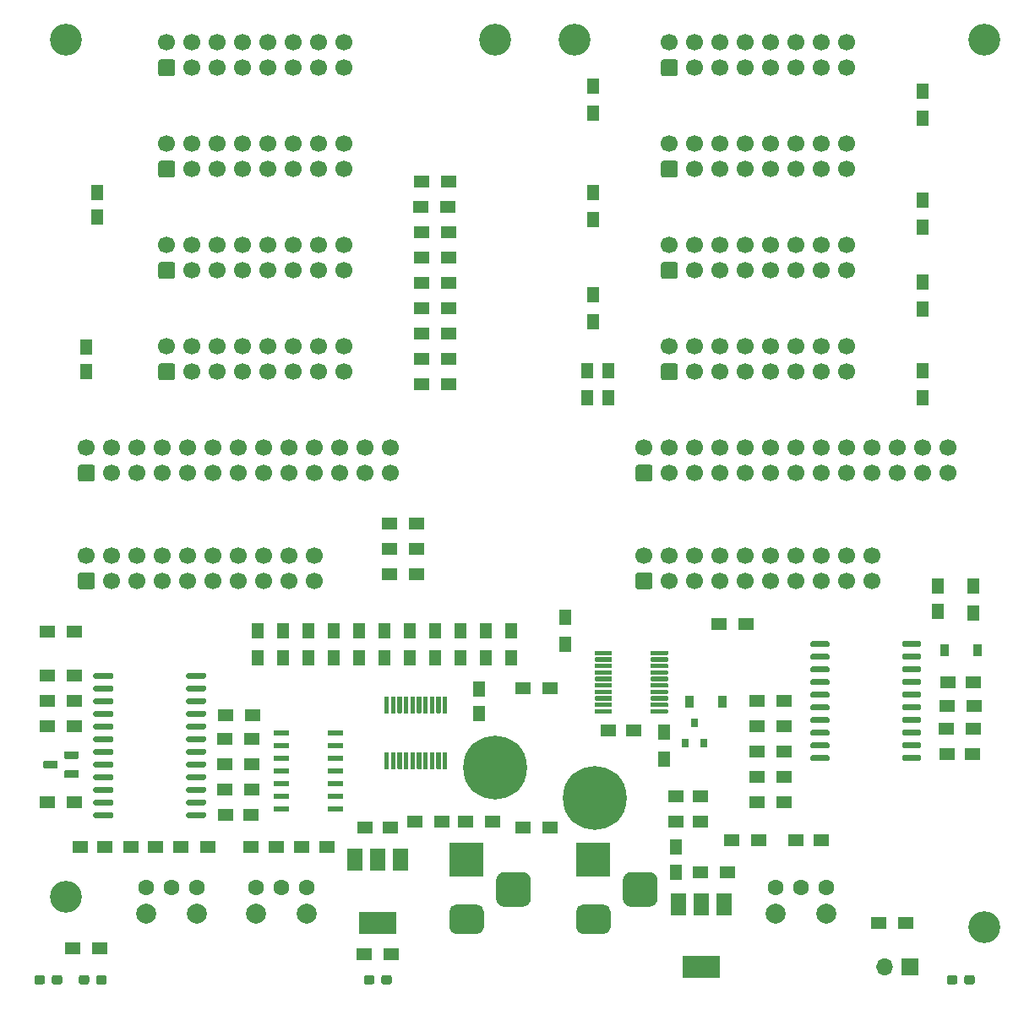
<source format=gts>
%TF.GenerationSoftware,KiCad,Pcbnew,(5.1.9-0-10_14)*%
%TF.CreationDate,2021-02-20T22:52:37+09:00*%
%TF.ProjectId,ADAT-IO-x4,41444154-2d49-44f2-9d78-342e6b696361,rev?*%
%TF.SameCoordinates,Original*%
%TF.FileFunction,Soldermask,Top*%
%TF.FilePolarity,Negative*%
%FSLAX46Y46*%
G04 Gerber Fmt 4.6, Leading zero omitted, Abs format (unit mm)*
G04 Created by KiCad (PCBNEW (5.1.9-0-10_14)) date 2021-02-20 22:52:37*
%MOMM*%
%LPD*%
G01*
G04 APERTURE LIST*
%ADD10C,1.700000*%
%ADD11C,2.000000*%
%ADD12C,1.600000*%
%ADD13R,1.500000X1.300000*%
%ADD14R,1.500000X1.250000*%
%ADD15R,1.250000X1.500000*%
%ADD16R,0.900000X1.200000*%
%ADD17R,3.500000X3.500000*%
%ADD18R,1.700000X1.700000*%
%ADD19O,1.700000X1.700000*%
%ADD20R,0.800000X0.900000*%
%ADD21R,1.300000X1.500000*%
%ADD22R,3.800000X2.200000*%
%ADD23R,1.500000X2.200000*%
%ADD24R,1.500000X0.600000*%
%ADD25C,3.200000*%
%ADD26C,6.400000*%
%ADD27C,0.800000*%
G04 APERTURE END LIST*
D10*
%TO.C,J7*%
X232410000Y-74930000D03*
X229870000Y-74930000D03*
X227330000Y-74930000D03*
X224790000Y-74930000D03*
X222250000Y-74930000D03*
X219710000Y-74930000D03*
X217170000Y-74930000D03*
X214630000Y-74930000D03*
X212090000Y-74930000D03*
X209550000Y-74930000D03*
X207010000Y-74930000D03*
X204470000Y-74930000D03*
X201930000Y-74930000D03*
X232410000Y-77470000D03*
X229870000Y-77470000D03*
X227330000Y-77470000D03*
X224790000Y-77470000D03*
X222250000Y-77470000D03*
X219710000Y-77470000D03*
X217170000Y-77470000D03*
X214630000Y-77470000D03*
X212090000Y-77470000D03*
X209550000Y-77470000D03*
X207010000Y-77470000D03*
X204470000Y-77470000D03*
G36*
G01*
X202530000Y-78320000D02*
X201330000Y-78320000D01*
G75*
G02*
X201080000Y-78070000I0J250000D01*
G01*
X201080000Y-76870000D01*
G75*
G02*
X201330000Y-76620000I250000J0D01*
G01*
X202530000Y-76620000D01*
G75*
G02*
X202780000Y-76870000I0J-250000D01*
G01*
X202780000Y-78070000D01*
G75*
G02*
X202530000Y-78320000I-250000J0D01*
G01*
G37*
%TD*%
%TO.C,J10*%
X176530000Y-74930000D03*
X173990000Y-74930000D03*
X171450000Y-74930000D03*
X168910000Y-74930000D03*
X166370000Y-74930000D03*
X163830000Y-74930000D03*
X161290000Y-74930000D03*
X158750000Y-74930000D03*
X156210000Y-74930000D03*
X153670000Y-74930000D03*
X151130000Y-74930000D03*
X148590000Y-74930000D03*
X146050000Y-74930000D03*
X176530000Y-77470000D03*
X173990000Y-77470000D03*
X171450000Y-77470000D03*
X168910000Y-77470000D03*
X166370000Y-77470000D03*
X163830000Y-77470000D03*
X161290000Y-77470000D03*
X158750000Y-77470000D03*
X156210000Y-77470000D03*
X153670000Y-77470000D03*
X151130000Y-77470000D03*
X148590000Y-77470000D03*
G36*
G01*
X146650000Y-78320000D02*
X145450000Y-78320000D01*
G75*
G02*
X145200000Y-78070000I0J250000D01*
G01*
X145200000Y-76870000D01*
G75*
G02*
X145450000Y-76620000I250000J0D01*
G01*
X146650000Y-76620000D01*
G75*
G02*
X146900000Y-76870000I0J-250000D01*
G01*
X146900000Y-78070000D01*
G75*
G02*
X146650000Y-78320000I-250000J0D01*
G01*
G37*
%TD*%
D11*
%TO.C,U7*%
X152030000Y-121620000D03*
X157110000Y-121620000D03*
D12*
X152030000Y-119000000D03*
X154570000Y-119000000D03*
X157110000Y-119000000D03*
%TD*%
D11*
%TO.C,U6*%
X163030000Y-121620000D03*
X168110000Y-121620000D03*
D12*
X163030000Y-119000000D03*
X165570000Y-119000000D03*
X168110000Y-119000000D03*
%TD*%
D11*
%TO.C,U5*%
X215138000Y-121620000D03*
X220218000Y-121620000D03*
D12*
X215138000Y-119000000D03*
X217678000Y-119000000D03*
X220218000Y-119000000D03*
%TD*%
D13*
%TO.C,L1*%
X158195000Y-114935000D03*
X155495000Y-114935000D03*
%TD*%
D14*
%TO.C,C6*%
X205125000Y-109855000D03*
X207625000Y-109855000D03*
%TD*%
D15*
%TO.C,C17*%
X146050000Y-64790000D03*
X146050000Y-67290000D03*
%TD*%
%TO.C,C16*%
X147142200Y-51821400D03*
X147142200Y-49321400D03*
%TD*%
D14*
%TO.C,C15*%
X147935000Y-114935000D03*
X145435000Y-114935000D03*
%TD*%
D15*
%TO.C,C14*%
X185420000Y-99080000D03*
X185420000Y-101580000D03*
%TD*%
D14*
%TO.C,C12*%
X160040000Y-111760000D03*
X162540000Y-111760000D03*
%TD*%
%TO.C,C11*%
X153015000Y-114935000D03*
X150515000Y-114935000D03*
%TD*%
%TO.C,C10*%
X219690000Y-114300000D03*
X217190000Y-114300000D03*
%TD*%
%TO.C,C8*%
X200894000Y-103251000D03*
X198394000Y-103251000D03*
%TD*%
%TO.C,C7*%
X234828400Y-105664000D03*
X232328400Y-105664000D03*
%TD*%
%TO.C,C4*%
X205125000Y-112395000D03*
X207625000Y-112395000D03*
%TD*%
%TO.C,C3*%
X167660000Y-114935000D03*
X170160000Y-114935000D03*
%TD*%
D15*
%TO.C,C2*%
X205105000Y-117455000D03*
X205105000Y-114955000D03*
%TD*%
D14*
%TO.C,C1*%
X162580000Y-114935000D03*
X165080000Y-114935000D03*
%TD*%
%TO.C,D1*%
G36*
G01*
X175610000Y-128507500D02*
X175610000Y-128032500D01*
G75*
G02*
X175847500Y-127795000I237500J0D01*
G01*
X176422500Y-127795000D01*
G75*
G02*
X176660000Y-128032500I0J-237500D01*
G01*
X176660000Y-128507500D01*
G75*
G02*
X176422500Y-128745000I-237500J0D01*
G01*
X175847500Y-128745000D01*
G75*
G02*
X175610000Y-128507500I0J237500D01*
G01*
G37*
G36*
G01*
X173860000Y-128507500D02*
X173860000Y-128032500D01*
G75*
G02*
X174097500Y-127795000I237500J0D01*
G01*
X174672500Y-127795000D01*
G75*
G02*
X174910000Y-128032500I0J-237500D01*
G01*
X174910000Y-128507500D01*
G75*
G02*
X174672500Y-128745000I-237500J0D01*
G01*
X174097500Y-128745000D01*
G75*
G02*
X173860000Y-128507500I0J237500D01*
G01*
G37*
%TD*%
%TO.C,D2*%
G36*
G01*
X234030000Y-128507500D02*
X234030000Y-128032500D01*
G75*
G02*
X234267500Y-127795000I237500J0D01*
G01*
X234842500Y-127795000D01*
G75*
G02*
X235080000Y-128032500I0J-237500D01*
G01*
X235080000Y-128507500D01*
G75*
G02*
X234842500Y-128745000I-237500J0D01*
G01*
X234267500Y-128745000D01*
G75*
G02*
X234030000Y-128507500I0J237500D01*
G01*
G37*
G36*
G01*
X232280000Y-128507500D02*
X232280000Y-128032500D01*
G75*
G02*
X232517500Y-127795000I237500J0D01*
G01*
X233092500Y-127795000D01*
G75*
G02*
X233330000Y-128032500I0J-237500D01*
G01*
X233330000Y-128507500D01*
G75*
G02*
X233092500Y-128745000I-237500J0D01*
G01*
X232517500Y-128745000D01*
G75*
G02*
X232280000Y-128507500I0J237500D01*
G01*
G37*
%TD*%
D16*
%TO.C,D3*%
X235330000Y-95250000D03*
X232030000Y-95250000D03*
%TD*%
%TO.C,D4*%
G36*
G01*
X140840000Y-128507500D02*
X140840000Y-128032500D01*
G75*
G02*
X141077500Y-127795000I237500J0D01*
G01*
X141652500Y-127795000D01*
G75*
G02*
X141890000Y-128032500I0J-237500D01*
G01*
X141890000Y-128507500D01*
G75*
G02*
X141652500Y-128745000I-237500J0D01*
G01*
X141077500Y-128745000D01*
G75*
G02*
X140840000Y-128507500I0J237500D01*
G01*
G37*
G36*
G01*
X142590000Y-128507500D02*
X142590000Y-128032500D01*
G75*
G02*
X142827500Y-127795000I237500J0D01*
G01*
X143402500Y-127795000D01*
G75*
G02*
X143640000Y-128032500I0J-237500D01*
G01*
X143640000Y-128507500D01*
G75*
G02*
X143402500Y-128745000I-237500J0D01*
G01*
X142827500Y-128745000D01*
G75*
G02*
X142590000Y-128507500I0J237500D01*
G01*
G37*
%TD*%
%TO.C,D5*%
G36*
G01*
X145285000Y-128507500D02*
X145285000Y-128032500D01*
G75*
G02*
X145522500Y-127795000I237500J0D01*
G01*
X146097500Y-127795000D01*
G75*
G02*
X146335000Y-128032500I0J-237500D01*
G01*
X146335000Y-128507500D01*
G75*
G02*
X146097500Y-128745000I-237500J0D01*
G01*
X145522500Y-128745000D01*
G75*
G02*
X145285000Y-128507500I0J237500D01*
G01*
G37*
G36*
G01*
X147035000Y-128507500D02*
X147035000Y-128032500D01*
G75*
G02*
X147272500Y-127795000I237500J0D01*
G01*
X147847500Y-127795000D01*
G75*
G02*
X148085000Y-128032500I0J-237500D01*
G01*
X148085000Y-128507500D01*
G75*
G02*
X147847500Y-128745000I-237500J0D01*
G01*
X147272500Y-128745000D01*
G75*
G02*
X147035000Y-128507500I0J237500D01*
G01*
G37*
%TD*%
%TO.C,J1*%
G36*
G01*
X202425000Y-120955000D02*
X200675000Y-120955000D01*
G75*
G02*
X199800000Y-120080000I0J875000D01*
G01*
X199800000Y-118330000D01*
G75*
G02*
X200675000Y-117455000I875000J0D01*
G01*
X202425000Y-117455000D01*
G75*
G02*
X203300000Y-118330000I0J-875000D01*
G01*
X203300000Y-120080000D01*
G75*
G02*
X202425000Y-120955000I-875000J0D01*
G01*
G37*
G36*
G01*
X197850000Y-123705000D02*
X195850000Y-123705000D01*
G75*
G02*
X195100000Y-122955000I0J750000D01*
G01*
X195100000Y-121455000D01*
G75*
G02*
X195850000Y-120705000I750000J0D01*
G01*
X197850000Y-120705000D01*
G75*
G02*
X198600000Y-121455000I0J-750000D01*
G01*
X198600000Y-122955000D01*
G75*
G02*
X197850000Y-123705000I-750000J0D01*
G01*
G37*
D17*
X196850000Y-116205000D03*
%TD*%
%TO.C,J2*%
X184150000Y-116205000D03*
G36*
G01*
X185150000Y-123705000D02*
X183150000Y-123705000D01*
G75*
G02*
X182400000Y-122955000I0J750000D01*
G01*
X182400000Y-121455000D01*
G75*
G02*
X183150000Y-120705000I750000J0D01*
G01*
X185150000Y-120705000D01*
G75*
G02*
X185900000Y-121455000I0J-750000D01*
G01*
X185900000Y-122955000D01*
G75*
G02*
X185150000Y-123705000I-750000J0D01*
G01*
G37*
G36*
G01*
X189725000Y-120955000D02*
X187975000Y-120955000D01*
G75*
G02*
X187100000Y-120080000I0J875000D01*
G01*
X187100000Y-118330000D01*
G75*
G02*
X187975000Y-117455000I875000J0D01*
G01*
X189725000Y-117455000D01*
G75*
G02*
X190600000Y-118330000I0J-875000D01*
G01*
X190600000Y-120080000D01*
G75*
G02*
X189725000Y-120955000I-875000J0D01*
G01*
G37*
%TD*%
%TO.C,J3*%
G36*
G01*
X205070000Y-58000000D02*
X203870000Y-58000000D01*
G75*
G02*
X203620000Y-57750000I0J250000D01*
G01*
X203620000Y-56550000D01*
G75*
G02*
X203870000Y-56300000I250000J0D01*
G01*
X205070000Y-56300000D01*
G75*
G02*
X205320000Y-56550000I0J-250000D01*
G01*
X205320000Y-57750000D01*
G75*
G02*
X205070000Y-58000000I-250000J0D01*
G01*
G37*
D10*
X207010000Y-57150000D03*
X209550000Y-57150000D03*
X212090000Y-57150000D03*
X214630000Y-57150000D03*
X217170000Y-57150000D03*
X219710000Y-57150000D03*
X222250000Y-57150000D03*
X204470000Y-54610000D03*
X207010000Y-54610000D03*
X209550000Y-54610000D03*
X212090000Y-54610000D03*
X214630000Y-54610000D03*
X217170000Y-54610000D03*
X219710000Y-54610000D03*
X222250000Y-54610000D03*
%TD*%
%TO.C,J4*%
G36*
G01*
X205070000Y-68160000D02*
X203870000Y-68160000D01*
G75*
G02*
X203620000Y-67910000I0J250000D01*
G01*
X203620000Y-66710000D01*
G75*
G02*
X203870000Y-66460000I250000J0D01*
G01*
X205070000Y-66460000D01*
G75*
G02*
X205320000Y-66710000I0J-250000D01*
G01*
X205320000Y-67910000D01*
G75*
G02*
X205070000Y-68160000I-250000J0D01*
G01*
G37*
X207010000Y-67310000D03*
X209550000Y-67310000D03*
X212090000Y-67310000D03*
X214630000Y-67310000D03*
X217170000Y-67310000D03*
X219710000Y-67310000D03*
X222250000Y-67310000D03*
X204470000Y-64770000D03*
X207010000Y-64770000D03*
X209550000Y-64770000D03*
X212090000Y-64770000D03*
X214630000Y-64770000D03*
X217170000Y-64770000D03*
X219710000Y-64770000D03*
X222250000Y-64770000D03*
%TD*%
%TO.C,J5*%
X222250000Y-34290000D03*
X219710000Y-34290000D03*
X217170000Y-34290000D03*
X214630000Y-34290000D03*
X212090000Y-34290000D03*
X209550000Y-34290000D03*
X207010000Y-34290000D03*
X204470000Y-34290000D03*
X222250000Y-36830000D03*
X219710000Y-36830000D03*
X217170000Y-36830000D03*
X214630000Y-36830000D03*
X212090000Y-36830000D03*
X209550000Y-36830000D03*
X207010000Y-36830000D03*
G36*
G01*
X205070000Y-37680000D02*
X203870000Y-37680000D01*
G75*
G02*
X203620000Y-37430000I0J250000D01*
G01*
X203620000Y-36230000D01*
G75*
G02*
X203870000Y-35980000I250000J0D01*
G01*
X205070000Y-35980000D01*
G75*
G02*
X205320000Y-36230000I0J-250000D01*
G01*
X205320000Y-37430000D01*
G75*
G02*
X205070000Y-37680000I-250000J0D01*
G01*
G37*
%TD*%
%TO.C,J6*%
X222250000Y-44450000D03*
X219710000Y-44450000D03*
X217170000Y-44450000D03*
X214630000Y-44450000D03*
X212090000Y-44450000D03*
X209550000Y-44450000D03*
X207010000Y-44450000D03*
X204470000Y-44450000D03*
X222250000Y-46990000D03*
X219710000Y-46990000D03*
X217170000Y-46990000D03*
X214630000Y-46990000D03*
X212090000Y-46990000D03*
X209550000Y-46990000D03*
X207010000Y-46990000D03*
G36*
G01*
X205070000Y-47840000D02*
X203870000Y-47840000D01*
G75*
G02*
X203620000Y-47590000I0J250000D01*
G01*
X203620000Y-46390000D01*
G75*
G02*
X203870000Y-46140000I250000J0D01*
G01*
X205070000Y-46140000D01*
G75*
G02*
X205320000Y-46390000I0J-250000D01*
G01*
X205320000Y-47590000D01*
G75*
G02*
X205070000Y-47840000I-250000J0D01*
G01*
G37*
%TD*%
%TO.C,J8*%
G36*
G01*
X202530000Y-89115000D02*
X201330000Y-89115000D01*
G75*
G02*
X201080000Y-88865000I0J250000D01*
G01*
X201080000Y-87665000D01*
G75*
G02*
X201330000Y-87415000I250000J0D01*
G01*
X202530000Y-87415000D01*
G75*
G02*
X202780000Y-87665000I0J-250000D01*
G01*
X202780000Y-88865000D01*
G75*
G02*
X202530000Y-89115000I-250000J0D01*
G01*
G37*
X204470000Y-88265000D03*
X207010000Y-88265000D03*
X209550000Y-88265000D03*
X212090000Y-88265000D03*
X214630000Y-88265000D03*
X217170000Y-88265000D03*
X219710000Y-88265000D03*
X222250000Y-88265000D03*
X224790000Y-88265000D03*
X201930000Y-85725000D03*
X204470000Y-85725000D03*
X207010000Y-85725000D03*
X209550000Y-85725000D03*
X212090000Y-85725000D03*
X214630000Y-85725000D03*
X217170000Y-85725000D03*
X219710000Y-85725000D03*
X222250000Y-85725000D03*
X224790000Y-85725000D03*
%TD*%
D18*
%TO.C,J9*%
X228600000Y-127000000D03*
D19*
X226060000Y-127000000D03*
%TD*%
D10*
%TO.C,J11*%
X168910000Y-85725000D03*
X166370000Y-85725000D03*
X163830000Y-85725000D03*
X161290000Y-85725000D03*
X158750000Y-85725000D03*
X156210000Y-85725000D03*
X153670000Y-85725000D03*
X151130000Y-85725000D03*
X148590000Y-85725000D03*
X146050000Y-85725000D03*
X168910000Y-88265000D03*
X166370000Y-88265000D03*
X163830000Y-88265000D03*
X161290000Y-88265000D03*
X158750000Y-88265000D03*
X156210000Y-88265000D03*
X153670000Y-88265000D03*
X151130000Y-88265000D03*
X148590000Y-88265000D03*
G36*
G01*
X146650000Y-89115000D02*
X145450000Y-89115000D01*
G75*
G02*
X145200000Y-88865000I0J250000D01*
G01*
X145200000Y-87665000D01*
G75*
G02*
X145450000Y-87415000I250000J0D01*
G01*
X146650000Y-87415000D01*
G75*
G02*
X146900000Y-87665000I0J-250000D01*
G01*
X146900000Y-88865000D01*
G75*
G02*
X146650000Y-89115000I-250000J0D01*
G01*
G37*
%TD*%
%TO.C,J12*%
X171875000Y-64770000D03*
X169335000Y-64770000D03*
X166795000Y-64770000D03*
X164255000Y-64770000D03*
X161715000Y-64770000D03*
X159175000Y-64770000D03*
X156635000Y-64770000D03*
X154095000Y-64770000D03*
X171875000Y-67310000D03*
X169335000Y-67310000D03*
X166795000Y-67310000D03*
X164255000Y-67310000D03*
X161715000Y-67310000D03*
X159175000Y-67310000D03*
X156635000Y-67310000D03*
G36*
G01*
X154695000Y-68160000D02*
X153495000Y-68160000D01*
G75*
G02*
X153245000Y-67910000I0J250000D01*
G01*
X153245000Y-66710000D01*
G75*
G02*
X153495000Y-66460000I250000J0D01*
G01*
X154695000Y-66460000D01*
G75*
G02*
X154945000Y-66710000I0J-250000D01*
G01*
X154945000Y-67910000D01*
G75*
G02*
X154695000Y-68160000I-250000J0D01*
G01*
G37*
%TD*%
%TO.C,J13*%
G36*
G01*
X154695000Y-58000000D02*
X153495000Y-58000000D01*
G75*
G02*
X153245000Y-57750000I0J250000D01*
G01*
X153245000Y-56550000D01*
G75*
G02*
X153495000Y-56300000I250000J0D01*
G01*
X154695000Y-56300000D01*
G75*
G02*
X154945000Y-56550000I0J-250000D01*
G01*
X154945000Y-57750000D01*
G75*
G02*
X154695000Y-58000000I-250000J0D01*
G01*
G37*
X156635000Y-57150000D03*
X159175000Y-57150000D03*
X161715000Y-57150000D03*
X164255000Y-57150000D03*
X166795000Y-57150000D03*
X169335000Y-57150000D03*
X171875000Y-57150000D03*
X154095000Y-54610000D03*
X156635000Y-54610000D03*
X159175000Y-54610000D03*
X161715000Y-54610000D03*
X164255000Y-54610000D03*
X166795000Y-54610000D03*
X169335000Y-54610000D03*
X171875000Y-54610000D03*
%TD*%
%TO.C,J14*%
X171875000Y-44450000D03*
X169335000Y-44450000D03*
X166795000Y-44450000D03*
X164255000Y-44450000D03*
X161715000Y-44450000D03*
X159175000Y-44450000D03*
X156635000Y-44450000D03*
X154095000Y-44450000D03*
X171875000Y-46990000D03*
X169335000Y-46990000D03*
X166795000Y-46990000D03*
X164255000Y-46990000D03*
X161715000Y-46990000D03*
X159175000Y-46990000D03*
X156635000Y-46990000D03*
G36*
G01*
X154695000Y-47840000D02*
X153495000Y-47840000D01*
G75*
G02*
X153245000Y-47590000I0J250000D01*
G01*
X153245000Y-46390000D01*
G75*
G02*
X153495000Y-46140000I250000J0D01*
G01*
X154695000Y-46140000D01*
G75*
G02*
X154945000Y-46390000I0J-250000D01*
G01*
X154945000Y-47590000D01*
G75*
G02*
X154695000Y-47840000I-250000J0D01*
G01*
G37*
%TD*%
%TO.C,J15*%
G36*
G01*
X154695000Y-37680000D02*
X153495000Y-37680000D01*
G75*
G02*
X153245000Y-37430000I0J250000D01*
G01*
X153245000Y-36230000D01*
G75*
G02*
X153495000Y-35980000I250000J0D01*
G01*
X154695000Y-35980000D01*
G75*
G02*
X154945000Y-36230000I0J-250000D01*
G01*
X154945000Y-37430000D01*
G75*
G02*
X154695000Y-37680000I-250000J0D01*
G01*
G37*
X156635000Y-36830000D03*
X159175000Y-36830000D03*
X161715000Y-36830000D03*
X164255000Y-36830000D03*
X166795000Y-36830000D03*
X169335000Y-36830000D03*
X171875000Y-36830000D03*
X154095000Y-34290000D03*
X156635000Y-34290000D03*
X159175000Y-34290000D03*
X161715000Y-34290000D03*
X164255000Y-34290000D03*
X166795000Y-34290000D03*
X169335000Y-34290000D03*
X171875000Y-34290000D03*
%TD*%
D20*
%TO.C,Q1*%
X206060000Y-104505000D03*
X207960000Y-104505000D03*
X207010000Y-102505000D03*
%TD*%
D13*
%TO.C,R1*%
X192485000Y-113030000D03*
X189785000Y-113030000D03*
%TD*%
%TO.C,R2*%
X189785000Y-99000000D03*
X192485000Y-99000000D03*
%TD*%
%TO.C,R3*%
X184070000Y-112395000D03*
X186770000Y-112395000D03*
%TD*%
%TO.C,R4*%
X213440000Y-114300000D03*
X210740000Y-114300000D03*
%TD*%
%TO.C,R5*%
X178990000Y-112395000D03*
X181690000Y-112395000D03*
%TD*%
%TO.C,R6*%
X210265000Y-117475000D03*
X207565000Y-117475000D03*
%TD*%
%TO.C,R7*%
X176610000Y-125730000D03*
X173910000Y-125730000D03*
%TD*%
%TO.C,R8*%
X225425000Y-122555000D03*
X228125000Y-122555000D03*
%TD*%
D21*
%TO.C,R9*%
X196850000Y-59610000D03*
X196850000Y-62310000D03*
%TD*%
%TO.C,R10*%
X229870000Y-61040000D03*
X229870000Y-58340000D03*
%TD*%
%TO.C,R11*%
X196215000Y-67230000D03*
X196215000Y-69930000D03*
%TD*%
%TO.C,R12*%
X229870000Y-69930000D03*
X229870000Y-67230000D03*
%TD*%
%TO.C,R13*%
X196850000Y-38655000D03*
X196850000Y-41355000D03*
%TD*%
%TO.C,R14*%
X229870000Y-41910000D03*
X229870000Y-39210000D03*
%TD*%
%TO.C,R15*%
X196850000Y-49370000D03*
X196850000Y-52070000D03*
%TD*%
%TO.C,R16*%
X229870000Y-52785000D03*
X229870000Y-50085000D03*
%TD*%
%TO.C,R17*%
X194005200Y-91948000D03*
X194005200Y-94648000D03*
%TD*%
D13*
%TO.C,R18*%
X213280000Y-100330000D03*
X215980000Y-100330000D03*
%TD*%
%TO.C,R19*%
X215980000Y-102870000D03*
X213280000Y-102870000D03*
%TD*%
%TO.C,R20*%
X213280000Y-105410000D03*
X215980000Y-105410000D03*
%TD*%
%TO.C,R21*%
X232304600Y-100812600D03*
X235004600Y-100812600D03*
%TD*%
%TO.C,R22*%
X213280000Y-107950000D03*
X215980000Y-107950000D03*
%TD*%
D21*
%TO.C,R23*%
X203962000Y-103425000D03*
X203962000Y-106125000D03*
%TD*%
%TO.C,R24*%
X234950000Y-91520000D03*
X234950000Y-88820000D03*
%TD*%
D13*
%TO.C,R25*%
X215980000Y-110490000D03*
X213280000Y-110490000D03*
%TD*%
%TO.C,R26*%
X144860000Y-100330000D03*
X142160000Y-100330000D03*
%TD*%
%TO.C,R27*%
X142160000Y-110490000D03*
X144860000Y-110490000D03*
%TD*%
%TO.C,R28*%
X142160000Y-102870000D03*
X144860000Y-102870000D03*
%TD*%
%TO.C,R29*%
X162640000Y-109220000D03*
X159940000Y-109220000D03*
%TD*%
%TO.C,R30*%
X159940000Y-106680000D03*
X162640000Y-106680000D03*
%TD*%
%TO.C,R31*%
X162693340Y-101749860D03*
X159993340Y-101749860D03*
%TD*%
%TO.C,R32*%
X159940000Y-104140000D03*
X162640000Y-104140000D03*
%TD*%
%TO.C,R37*%
X144860000Y-97790000D03*
X142160000Y-97790000D03*
%TD*%
D21*
%TO.C,R38*%
X186055000Y-93265000D03*
X186055000Y-95965000D03*
%TD*%
%TO.C,R39*%
X188595000Y-95965000D03*
X188595000Y-93265000D03*
%TD*%
%TO.C,R40*%
X183515000Y-95965000D03*
X183515000Y-93265000D03*
%TD*%
%TO.C,R41*%
X180975000Y-93265000D03*
X180975000Y-95965000D03*
%TD*%
%TO.C,R42*%
X165735000Y-93265000D03*
X165735000Y-95965000D03*
%TD*%
%TO.C,R43*%
X168275000Y-93265000D03*
X168275000Y-95965000D03*
%TD*%
%TO.C,R44*%
X170815000Y-93265000D03*
X170815000Y-95965000D03*
%TD*%
%TO.C,R45*%
X173355000Y-95965000D03*
X173355000Y-93265000D03*
%TD*%
D13*
%TO.C,R46*%
X147400000Y-125095000D03*
X144700000Y-125095000D03*
%TD*%
D21*
%TO.C,R47*%
X175895000Y-93265000D03*
X175895000Y-95965000D03*
%TD*%
%TO.C,R48*%
X178435000Y-95965000D03*
X178435000Y-93265000D03*
%TD*%
D13*
%TO.C,R49*%
X179150000Y-82550000D03*
X176450000Y-82550000D03*
%TD*%
%TO.C,R50*%
X182325000Y-68580000D03*
X179625000Y-68580000D03*
%TD*%
%TO.C,R51*%
X182325000Y-63500000D03*
X179625000Y-63500000D03*
%TD*%
%TO.C,R52*%
X182325000Y-66040000D03*
X179625000Y-66040000D03*
%TD*%
%TO.C,R53*%
X182325000Y-60960000D03*
X179625000Y-60960000D03*
%TD*%
%TO.C,R54*%
X182325000Y-58420000D03*
X179625000Y-58420000D03*
%TD*%
%TO.C,R55*%
X179625000Y-55880000D03*
X182325000Y-55880000D03*
%TD*%
%TO.C,R56*%
X179625000Y-53340000D03*
X182325000Y-53340000D03*
%TD*%
%TO.C,R57*%
X182245000Y-50800000D03*
X179545000Y-50800000D03*
%TD*%
%TO.C,R58*%
X179625000Y-48260000D03*
X182325000Y-48260000D03*
%TD*%
D22*
%TO.C,U1*%
X175260000Y-122530000D03*
D23*
X177560000Y-116230000D03*
X175260000Y-116230000D03*
X172960000Y-116230000D03*
%TD*%
%TO.C,U2*%
X205345000Y-120675000D03*
X207645000Y-120675000D03*
X209945000Y-120675000D03*
D22*
X207645000Y-126975000D03*
%TD*%
%TO.C,U3*%
G36*
G01*
X197060000Y-95280000D02*
X198660000Y-95280000D01*
G75*
G02*
X198730000Y-95350000I0J-70000D01*
G01*
X198730000Y-95650000D01*
G75*
G02*
X198660000Y-95720000I-70000J0D01*
G01*
X197060000Y-95720000D01*
G75*
G02*
X196990000Y-95650000I0J70000D01*
G01*
X196990000Y-95350000D01*
G75*
G02*
X197060000Y-95280000I70000J0D01*
G01*
G37*
G36*
G01*
X197060000Y-95930000D02*
X198660000Y-95930000D01*
G75*
G02*
X198730000Y-96000000I0J-70000D01*
G01*
X198730000Y-96300000D01*
G75*
G02*
X198660000Y-96370000I-70000J0D01*
G01*
X197060000Y-96370000D01*
G75*
G02*
X196990000Y-96300000I0J70000D01*
G01*
X196990000Y-96000000D01*
G75*
G02*
X197060000Y-95930000I70000J0D01*
G01*
G37*
G36*
G01*
X197060000Y-96580000D02*
X198660000Y-96580000D01*
G75*
G02*
X198730000Y-96650000I0J-70000D01*
G01*
X198730000Y-96950000D01*
G75*
G02*
X198660000Y-97020000I-70000J0D01*
G01*
X197060000Y-97020000D01*
G75*
G02*
X196990000Y-96950000I0J70000D01*
G01*
X196990000Y-96650000D01*
G75*
G02*
X197060000Y-96580000I70000J0D01*
G01*
G37*
G36*
G01*
X197060000Y-97230000D02*
X198660000Y-97230000D01*
G75*
G02*
X198730000Y-97300000I0J-70000D01*
G01*
X198730000Y-97600000D01*
G75*
G02*
X198660000Y-97670000I-70000J0D01*
G01*
X197060000Y-97670000D01*
G75*
G02*
X196990000Y-97600000I0J70000D01*
G01*
X196990000Y-97300000D01*
G75*
G02*
X197060000Y-97230000I70000J0D01*
G01*
G37*
G36*
G01*
X197060000Y-97880000D02*
X198660000Y-97880000D01*
G75*
G02*
X198730000Y-97950000I0J-70000D01*
G01*
X198730000Y-98250000D01*
G75*
G02*
X198660000Y-98320000I-70000J0D01*
G01*
X197060000Y-98320000D01*
G75*
G02*
X196990000Y-98250000I0J70000D01*
G01*
X196990000Y-97950000D01*
G75*
G02*
X197060000Y-97880000I70000J0D01*
G01*
G37*
G36*
G01*
X197060000Y-98530000D02*
X198660000Y-98530000D01*
G75*
G02*
X198730000Y-98600000I0J-70000D01*
G01*
X198730000Y-98900000D01*
G75*
G02*
X198660000Y-98970000I-70000J0D01*
G01*
X197060000Y-98970000D01*
G75*
G02*
X196990000Y-98900000I0J70000D01*
G01*
X196990000Y-98600000D01*
G75*
G02*
X197060000Y-98530000I70000J0D01*
G01*
G37*
G36*
G01*
X197060000Y-99180000D02*
X198660000Y-99180000D01*
G75*
G02*
X198730000Y-99250000I0J-70000D01*
G01*
X198730000Y-99550000D01*
G75*
G02*
X198660000Y-99620000I-70000J0D01*
G01*
X197060000Y-99620000D01*
G75*
G02*
X196990000Y-99550000I0J70000D01*
G01*
X196990000Y-99250000D01*
G75*
G02*
X197060000Y-99180000I70000J0D01*
G01*
G37*
G36*
G01*
X197060000Y-99830000D02*
X198660000Y-99830000D01*
G75*
G02*
X198730000Y-99900000I0J-70000D01*
G01*
X198730000Y-100200000D01*
G75*
G02*
X198660000Y-100270000I-70000J0D01*
G01*
X197060000Y-100270000D01*
G75*
G02*
X196990000Y-100200000I0J70000D01*
G01*
X196990000Y-99900000D01*
G75*
G02*
X197060000Y-99830000I70000J0D01*
G01*
G37*
G36*
G01*
X197060000Y-100480000D02*
X198660000Y-100480000D01*
G75*
G02*
X198730000Y-100550000I0J-70000D01*
G01*
X198730000Y-100850000D01*
G75*
G02*
X198660000Y-100920000I-70000J0D01*
G01*
X197060000Y-100920000D01*
G75*
G02*
X196990000Y-100850000I0J70000D01*
G01*
X196990000Y-100550000D01*
G75*
G02*
X197060000Y-100480000I70000J0D01*
G01*
G37*
G36*
G01*
X197060000Y-101130000D02*
X198660000Y-101130000D01*
G75*
G02*
X198730000Y-101200000I0J-70000D01*
G01*
X198730000Y-101500000D01*
G75*
G02*
X198660000Y-101570000I-70000J0D01*
G01*
X197060000Y-101570000D01*
G75*
G02*
X196990000Y-101500000I0J70000D01*
G01*
X196990000Y-101200000D01*
G75*
G02*
X197060000Y-101130000I70000J0D01*
G01*
G37*
G36*
G01*
X202660000Y-101130000D02*
X204260000Y-101130000D01*
G75*
G02*
X204330000Y-101200000I0J-70000D01*
G01*
X204330000Y-101500000D01*
G75*
G02*
X204260000Y-101570000I-70000J0D01*
G01*
X202660000Y-101570000D01*
G75*
G02*
X202590000Y-101500000I0J70000D01*
G01*
X202590000Y-101200000D01*
G75*
G02*
X202660000Y-101130000I70000J0D01*
G01*
G37*
G36*
G01*
X202660000Y-100480000D02*
X204260000Y-100480000D01*
G75*
G02*
X204330000Y-100550000I0J-70000D01*
G01*
X204330000Y-100850000D01*
G75*
G02*
X204260000Y-100920000I-70000J0D01*
G01*
X202660000Y-100920000D01*
G75*
G02*
X202590000Y-100850000I0J70000D01*
G01*
X202590000Y-100550000D01*
G75*
G02*
X202660000Y-100480000I70000J0D01*
G01*
G37*
G36*
G01*
X202660000Y-99830000D02*
X204260000Y-99830000D01*
G75*
G02*
X204330000Y-99900000I0J-70000D01*
G01*
X204330000Y-100200000D01*
G75*
G02*
X204260000Y-100270000I-70000J0D01*
G01*
X202660000Y-100270000D01*
G75*
G02*
X202590000Y-100200000I0J70000D01*
G01*
X202590000Y-99900000D01*
G75*
G02*
X202660000Y-99830000I70000J0D01*
G01*
G37*
G36*
G01*
X202660000Y-99180000D02*
X204260000Y-99180000D01*
G75*
G02*
X204330000Y-99250000I0J-70000D01*
G01*
X204330000Y-99550000D01*
G75*
G02*
X204260000Y-99620000I-70000J0D01*
G01*
X202660000Y-99620000D01*
G75*
G02*
X202590000Y-99550000I0J70000D01*
G01*
X202590000Y-99250000D01*
G75*
G02*
X202660000Y-99180000I70000J0D01*
G01*
G37*
G36*
G01*
X202660000Y-98530000D02*
X204260000Y-98530000D01*
G75*
G02*
X204330000Y-98600000I0J-70000D01*
G01*
X204330000Y-98900000D01*
G75*
G02*
X204260000Y-98970000I-70000J0D01*
G01*
X202660000Y-98970000D01*
G75*
G02*
X202590000Y-98900000I0J70000D01*
G01*
X202590000Y-98600000D01*
G75*
G02*
X202660000Y-98530000I70000J0D01*
G01*
G37*
G36*
G01*
X202660000Y-97880000D02*
X204260000Y-97880000D01*
G75*
G02*
X204330000Y-97950000I0J-70000D01*
G01*
X204330000Y-98250000D01*
G75*
G02*
X204260000Y-98320000I-70000J0D01*
G01*
X202660000Y-98320000D01*
G75*
G02*
X202590000Y-98250000I0J70000D01*
G01*
X202590000Y-97950000D01*
G75*
G02*
X202660000Y-97880000I70000J0D01*
G01*
G37*
G36*
G01*
X202660000Y-97230000D02*
X204260000Y-97230000D01*
G75*
G02*
X204330000Y-97300000I0J-70000D01*
G01*
X204330000Y-97600000D01*
G75*
G02*
X204260000Y-97670000I-70000J0D01*
G01*
X202660000Y-97670000D01*
G75*
G02*
X202590000Y-97600000I0J70000D01*
G01*
X202590000Y-97300000D01*
G75*
G02*
X202660000Y-97230000I70000J0D01*
G01*
G37*
G36*
G01*
X202660000Y-96580000D02*
X204260000Y-96580000D01*
G75*
G02*
X204330000Y-96650000I0J-70000D01*
G01*
X204330000Y-96950000D01*
G75*
G02*
X204260000Y-97020000I-70000J0D01*
G01*
X202660000Y-97020000D01*
G75*
G02*
X202590000Y-96950000I0J70000D01*
G01*
X202590000Y-96650000D01*
G75*
G02*
X202660000Y-96580000I70000J0D01*
G01*
G37*
G36*
G01*
X202660000Y-95930000D02*
X204260000Y-95930000D01*
G75*
G02*
X204330000Y-96000000I0J-70000D01*
G01*
X204330000Y-96300000D01*
G75*
G02*
X204260000Y-96370000I-70000J0D01*
G01*
X202660000Y-96370000D01*
G75*
G02*
X202590000Y-96300000I0J70000D01*
G01*
X202590000Y-96000000D01*
G75*
G02*
X202660000Y-95930000I70000J0D01*
G01*
G37*
G36*
G01*
X202660000Y-95280000D02*
X204260000Y-95280000D01*
G75*
G02*
X204330000Y-95350000I0J-70000D01*
G01*
X204330000Y-95650000D01*
G75*
G02*
X204260000Y-95720000I-70000J0D01*
G01*
X202660000Y-95720000D01*
G75*
G02*
X202590000Y-95650000I0J70000D01*
G01*
X202590000Y-95350000D01*
G75*
G02*
X202660000Y-95280000I70000J0D01*
G01*
G37*
%TD*%
%TO.C,U4*%
G36*
G01*
X229705000Y-105895000D02*
X229705000Y-106195000D01*
G75*
G02*
X229555000Y-106345000I-150000J0D01*
G01*
X227955000Y-106345000D01*
G75*
G02*
X227805000Y-106195000I0J150000D01*
G01*
X227805000Y-105895000D01*
G75*
G02*
X227955000Y-105745000I150000J0D01*
G01*
X229555000Y-105745000D01*
G75*
G02*
X229705000Y-105895000I0J-150000D01*
G01*
G37*
G36*
G01*
X229705000Y-104625000D02*
X229705000Y-104925000D01*
G75*
G02*
X229555000Y-105075000I-150000J0D01*
G01*
X227955000Y-105075000D01*
G75*
G02*
X227805000Y-104925000I0J150000D01*
G01*
X227805000Y-104625000D01*
G75*
G02*
X227955000Y-104475000I150000J0D01*
G01*
X229555000Y-104475000D01*
G75*
G02*
X229705000Y-104625000I0J-150000D01*
G01*
G37*
G36*
G01*
X229705000Y-103355000D02*
X229705000Y-103655000D01*
G75*
G02*
X229555000Y-103805000I-150000J0D01*
G01*
X227955000Y-103805000D01*
G75*
G02*
X227805000Y-103655000I0J150000D01*
G01*
X227805000Y-103355000D01*
G75*
G02*
X227955000Y-103205000I150000J0D01*
G01*
X229555000Y-103205000D01*
G75*
G02*
X229705000Y-103355000I0J-150000D01*
G01*
G37*
G36*
G01*
X229705000Y-102085000D02*
X229705000Y-102385000D01*
G75*
G02*
X229555000Y-102535000I-150000J0D01*
G01*
X227955000Y-102535000D01*
G75*
G02*
X227805000Y-102385000I0J150000D01*
G01*
X227805000Y-102085000D01*
G75*
G02*
X227955000Y-101935000I150000J0D01*
G01*
X229555000Y-101935000D01*
G75*
G02*
X229705000Y-102085000I0J-150000D01*
G01*
G37*
G36*
G01*
X229705000Y-100815000D02*
X229705000Y-101115000D01*
G75*
G02*
X229555000Y-101265000I-150000J0D01*
G01*
X227955000Y-101265000D01*
G75*
G02*
X227805000Y-101115000I0J150000D01*
G01*
X227805000Y-100815000D01*
G75*
G02*
X227955000Y-100665000I150000J0D01*
G01*
X229555000Y-100665000D01*
G75*
G02*
X229705000Y-100815000I0J-150000D01*
G01*
G37*
G36*
G01*
X229705000Y-99545000D02*
X229705000Y-99845000D01*
G75*
G02*
X229555000Y-99995000I-150000J0D01*
G01*
X227955000Y-99995000D01*
G75*
G02*
X227805000Y-99845000I0J150000D01*
G01*
X227805000Y-99545000D01*
G75*
G02*
X227955000Y-99395000I150000J0D01*
G01*
X229555000Y-99395000D01*
G75*
G02*
X229705000Y-99545000I0J-150000D01*
G01*
G37*
G36*
G01*
X229705000Y-98275000D02*
X229705000Y-98575000D01*
G75*
G02*
X229555000Y-98725000I-150000J0D01*
G01*
X227955000Y-98725000D01*
G75*
G02*
X227805000Y-98575000I0J150000D01*
G01*
X227805000Y-98275000D01*
G75*
G02*
X227955000Y-98125000I150000J0D01*
G01*
X229555000Y-98125000D01*
G75*
G02*
X229705000Y-98275000I0J-150000D01*
G01*
G37*
G36*
G01*
X229705000Y-97005000D02*
X229705000Y-97305000D01*
G75*
G02*
X229555000Y-97455000I-150000J0D01*
G01*
X227955000Y-97455000D01*
G75*
G02*
X227805000Y-97305000I0J150000D01*
G01*
X227805000Y-97005000D01*
G75*
G02*
X227955000Y-96855000I150000J0D01*
G01*
X229555000Y-96855000D01*
G75*
G02*
X229705000Y-97005000I0J-150000D01*
G01*
G37*
G36*
G01*
X229705000Y-95735000D02*
X229705000Y-96035000D01*
G75*
G02*
X229555000Y-96185000I-150000J0D01*
G01*
X227955000Y-96185000D01*
G75*
G02*
X227805000Y-96035000I0J150000D01*
G01*
X227805000Y-95735000D01*
G75*
G02*
X227955000Y-95585000I150000J0D01*
G01*
X229555000Y-95585000D01*
G75*
G02*
X229705000Y-95735000I0J-150000D01*
G01*
G37*
G36*
G01*
X229705000Y-94465000D02*
X229705000Y-94765000D01*
G75*
G02*
X229555000Y-94915000I-150000J0D01*
G01*
X227955000Y-94915000D01*
G75*
G02*
X227805000Y-94765000I0J150000D01*
G01*
X227805000Y-94465000D01*
G75*
G02*
X227955000Y-94315000I150000J0D01*
G01*
X229555000Y-94315000D01*
G75*
G02*
X229705000Y-94465000I0J-150000D01*
G01*
G37*
G36*
G01*
X220505000Y-94465000D02*
X220505000Y-94765000D01*
G75*
G02*
X220355000Y-94915000I-150000J0D01*
G01*
X218755000Y-94915000D01*
G75*
G02*
X218605000Y-94765000I0J150000D01*
G01*
X218605000Y-94465000D01*
G75*
G02*
X218755000Y-94315000I150000J0D01*
G01*
X220355000Y-94315000D01*
G75*
G02*
X220505000Y-94465000I0J-150000D01*
G01*
G37*
G36*
G01*
X220505000Y-95735000D02*
X220505000Y-96035000D01*
G75*
G02*
X220355000Y-96185000I-150000J0D01*
G01*
X218755000Y-96185000D01*
G75*
G02*
X218605000Y-96035000I0J150000D01*
G01*
X218605000Y-95735000D01*
G75*
G02*
X218755000Y-95585000I150000J0D01*
G01*
X220355000Y-95585000D01*
G75*
G02*
X220505000Y-95735000I0J-150000D01*
G01*
G37*
G36*
G01*
X220505000Y-97005000D02*
X220505000Y-97305000D01*
G75*
G02*
X220355000Y-97455000I-150000J0D01*
G01*
X218755000Y-97455000D01*
G75*
G02*
X218605000Y-97305000I0J150000D01*
G01*
X218605000Y-97005000D01*
G75*
G02*
X218755000Y-96855000I150000J0D01*
G01*
X220355000Y-96855000D01*
G75*
G02*
X220505000Y-97005000I0J-150000D01*
G01*
G37*
G36*
G01*
X220505000Y-98275000D02*
X220505000Y-98575000D01*
G75*
G02*
X220355000Y-98725000I-150000J0D01*
G01*
X218755000Y-98725000D01*
G75*
G02*
X218605000Y-98575000I0J150000D01*
G01*
X218605000Y-98275000D01*
G75*
G02*
X218755000Y-98125000I150000J0D01*
G01*
X220355000Y-98125000D01*
G75*
G02*
X220505000Y-98275000I0J-150000D01*
G01*
G37*
G36*
G01*
X220505000Y-99545000D02*
X220505000Y-99845000D01*
G75*
G02*
X220355000Y-99995000I-150000J0D01*
G01*
X218755000Y-99995000D01*
G75*
G02*
X218605000Y-99845000I0J150000D01*
G01*
X218605000Y-99545000D01*
G75*
G02*
X218755000Y-99395000I150000J0D01*
G01*
X220355000Y-99395000D01*
G75*
G02*
X220505000Y-99545000I0J-150000D01*
G01*
G37*
G36*
G01*
X220505000Y-100815000D02*
X220505000Y-101115000D01*
G75*
G02*
X220355000Y-101265000I-150000J0D01*
G01*
X218755000Y-101265000D01*
G75*
G02*
X218605000Y-101115000I0J150000D01*
G01*
X218605000Y-100815000D01*
G75*
G02*
X218755000Y-100665000I150000J0D01*
G01*
X220355000Y-100665000D01*
G75*
G02*
X220505000Y-100815000I0J-150000D01*
G01*
G37*
G36*
G01*
X220505000Y-102085000D02*
X220505000Y-102385000D01*
G75*
G02*
X220355000Y-102535000I-150000J0D01*
G01*
X218755000Y-102535000D01*
G75*
G02*
X218605000Y-102385000I0J150000D01*
G01*
X218605000Y-102085000D01*
G75*
G02*
X218755000Y-101935000I150000J0D01*
G01*
X220355000Y-101935000D01*
G75*
G02*
X220505000Y-102085000I0J-150000D01*
G01*
G37*
G36*
G01*
X220505000Y-103355000D02*
X220505000Y-103655000D01*
G75*
G02*
X220355000Y-103805000I-150000J0D01*
G01*
X218755000Y-103805000D01*
G75*
G02*
X218605000Y-103655000I0J150000D01*
G01*
X218605000Y-103355000D01*
G75*
G02*
X218755000Y-103205000I150000J0D01*
G01*
X220355000Y-103205000D01*
G75*
G02*
X220505000Y-103355000I0J-150000D01*
G01*
G37*
G36*
G01*
X220505000Y-104625000D02*
X220505000Y-104925000D01*
G75*
G02*
X220355000Y-105075000I-150000J0D01*
G01*
X218755000Y-105075000D01*
G75*
G02*
X218605000Y-104925000I0J150000D01*
G01*
X218605000Y-104625000D01*
G75*
G02*
X218755000Y-104475000I150000J0D01*
G01*
X220355000Y-104475000D01*
G75*
G02*
X220505000Y-104625000I0J-150000D01*
G01*
G37*
G36*
G01*
X220505000Y-105895000D02*
X220505000Y-106195000D01*
G75*
G02*
X220355000Y-106345000I-150000J0D01*
G01*
X218755000Y-106345000D01*
G75*
G02*
X218605000Y-106195000I0J150000D01*
G01*
X218605000Y-105895000D01*
G75*
G02*
X218755000Y-105745000I150000J0D01*
G01*
X220355000Y-105745000D01*
G75*
G02*
X220505000Y-105895000I0J-150000D01*
G01*
G37*
%TD*%
%TO.C,U9*%
G36*
G01*
X158050000Y-111622500D02*
X158050000Y-111897500D01*
G75*
G02*
X157912500Y-112035000I-137500J0D01*
G01*
X156187500Y-112035000D01*
G75*
G02*
X156050000Y-111897500I0J137500D01*
G01*
X156050000Y-111622500D01*
G75*
G02*
X156187500Y-111485000I137500J0D01*
G01*
X157912500Y-111485000D01*
G75*
G02*
X158050000Y-111622500I0J-137500D01*
G01*
G37*
G36*
G01*
X158050000Y-110352500D02*
X158050000Y-110627500D01*
G75*
G02*
X157912500Y-110765000I-137500J0D01*
G01*
X156187500Y-110765000D01*
G75*
G02*
X156050000Y-110627500I0J137500D01*
G01*
X156050000Y-110352500D01*
G75*
G02*
X156187500Y-110215000I137500J0D01*
G01*
X157912500Y-110215000D01*
G75*
G02*
X158050000Y-110352500I0J-137500D01*
G01*
G37*
G36*
G01*
X158050000Y-109082500D02*
X158050000Y-109357500D01*
G75*
G02*
X157912500Y-109495000I-137500J0D01*
G01*
X156187500Y-109495000D01*
G75*
G02*
X156050000Y-109357500I0J137500D01*
G01*
X156050000Y-109082500D01*
G75*
G02*
X156187500Y-108945000I137500J0D01*
G01*
X157912500Y-108945000D01*
G75*
G02*
X158050000Y-109082500I0J-137500D01*
G01*
G37*
G36*
G01*
X158050000Y-107812500D02*
X158050000Y-108087500D01*
G75*
G02*
X157912500Y-108225000I-137500J0D01*
G01*
X156187500Y-108225000D01*
G75*
G02*
X156050000Y-108087500I0J137500D01*
G01*
X156050000Y-107812500D01*
G75*
G02*
X156187500Y-107675000I137500J0D01*
G01*
X157912500Y-107675000D01*
G75*
G02*
X158050000Y-107812500I0J-137500D01*
G01*
G37*
G36*
G01*
X158050000Y-106542500D02*
X158050000Y-106817500D01*
G75*
G02*
X157912500Y-106955000I-137500J0D01*
G01*
X156187500Y-106955000D01*
G75*
G02*
X156050000Y-106817500I0J137500D01*
G01*
X156050000Y-106542500D01*
G75*
G02*
X156187500Y-106405000I137500J0D01*
G01*
X157912500Y-106405000D01*
G75*
G02*
X158050000Y-106542500I0J-137500D01*
G01*
G37*
G36*
G01*
X158050000Y-105272500D02*
X158050000Y-105547500D01*
G75*
G02*
X157912500Y-105685000I-137500J0D01*
G01*
X156187500Y-105685000D01*
G75*
G02*
X156050000Y-105547500I0J137500D01*
G01*
X156050000Y-105272500D01*
G75*
G02*
X156187500Y-105135000I137500J0D01*
G01*
X157912500Y-105135000D01*
G75*
G02*
X158050000Y-105272500I0J-137500D01*
G01*
G37*
G36*
G01*
X158050000Y-104002500D02*
X158050000Y-104277500D01*
G75*
G02*
X157912500Y-104415000I-137500J0D01*
G01*
X156187500Y-104415000D01*
G75*
G02*
X156050000Y-104277500I0J137500D01*
G01*
X156050000Y-104002500D01*
G75*
G02*
X156187500Y-103865000I137500J0D01*
G01*
X157912500Y-103865000D01*
G75*
G02*
X158050000Y-104002500I0J-137500D01*
G01*
G37*
G36*
G01*
X158050000Y-102732500D02*
X158050000Y-103007500D01*
G75*
G02*
X157912500Y-103145000I-137500J0D01*
G01*
X156187500Y-103145000D01*
G75*
G02*
X156050000Y-103007500I0J137500D01*
G01*
X156050000Y-102732500D01*
G75*
G02*
X156187500Y-102595000I137500J0D01*
G01*
X157912500Y-102595000D01*
G75*
G02*
X158050000Y-102732500I0J-137500D01*
G01*
G37*
G36*
G01*
X158050000Y-101462500D02*
X158050000Y-101737500D01*
G75*
G02*
X157912500Y-101875000I-137500J0D01*
G01*
X156187500Y-101875000D01*
G75*
G02*
X156050000Y-101737500I0J137500D01*
G01*
X156050000Y-101462500D01*
G75*
G02*
X156187500Y-101325000I137500J0D01*
G01*
X157912500Y-101325000D01*
G75*
G02*
X158050000Y-101462500I0J-137500D01*
G01*
G37*
G36*
G01*
X158050000Y-100192500D02*
X158050000Y-100467500D01*
G75*
G02*
X157912500Y-100605000I-137500J0D01*
G01*
X156187500Y-100605000D01*
G75*
G02*
X156050000Y-100467500I0J137500D01*
G01*
X156050000Y-100192500D01*
G75*
G02*
X156187500Y-100055000I137500J0D01*
G01*
X157912500Y-100055000D01*
G75*
G02*
X158050000Y-100192500I0J-137500D01*
G01*
G37*
G36*
G01*
X158050000Y-98922500D02*
X158050000Y-99197500D01*
G75*
G02*
X157912500Y-99335000I-137500J0D01*
G01*
X156187500Y-99335000D01*
G75*
G02*
X156050000Y-99197500I0J137500D01*
G01*
X156050000Y-98922500D01*
G75*
G02*
X156187500Y-98785000I137500J0D01*
G01*
X157912500Y-98785000D01*
G75*
G02*
X158050000Y-98922500I0J-137500D01*
G01*
G37*
G36*
G01*
X158050000Y-97652500D02*
X158050000Y-97927500D01*
G75*
G02*
X157912500Y-98065000I-137500J0D01*
G01*
X156187500Y-98065000D01*
G75*
G02*
X156050000Y-97927500I0J137500D01*
G01*
X156050000Y-97652500D01*
G75*
G02*
X156187500Y-97515000I137500J0D01*
G01*
X157912500Y-97515000D01*
G75*
G02*
X158050000Y-97652500I0J-137500D01*
G01*
G37*
G36*
G01*
X148750000Y-97652500D02*
X148750000Y-97927500D01*
G75*
G02*
X148612500Y-98065000I-137500J0D01*
G01*
X146887500Y-98065000D01*
G75*
G02*
X146750000Y-97927500I0J137500D01*
G01*
X146750000Y-97652500D01*
G75*
G02*
X146887500Y-97515000I137500J0D01*
G01*
X148612500Y-97515000D01*
G75*
G02*
X148750000Y-97652500I0J-137500D01*
G01*
G37*
G36*
G01*
X148750000Y-98922500D02*
X148750000Y-99197500D01*
G75*
G02*
X148612500Y-99335000I-137500J0D01*
G01*
X146887500Y-99335000D01*
G75*
G02*
X146750000Y-99197500I0J137500D01*
G01*
X146750000Y-98922500D01*
G75*
G02*
X146887500Y-98785000I137500J0D01*
G01*
X148612500Y-98785000D01*
G75*
G02*
X148750000Y-98922500I0J-137500D01*
G01*
G37*
G36*
G01*
X148750000Y-100192500D02*
X148750000Y-100467500D01*
G75*
G02*
X148612500Y-100605000I-137500J0D01*
G01*
X146887500Y-100605000D01*
G75*
G02*
X146750000Y-100467500I0J137500D01*
G01*
X146750000Y-100192500D01*
G75*
G02*
X146887500Y-100055000I137500J0D01*
G01*
X148612500Y-100055000D01*
G75*
G02*
X148750000Y-100192500I0J-137500D01*
G01*
G37*
G36*
G01*
X148750000Y-101462500D02*
X148750000Y-101737500D01*
G75*
G02*
X148612500Y-101875000I-137500J0D01*
G01*
X146887500Y-101875000D01*
G75*
G02*
X146750000Y-101737500I0J137500D01*
G01*
X146750000Y-101462500D01*
G75*
G02*
X146887500Y-101325000I137500J0D01*
G01*
X148612500Y-101325000D01*
G75*
G02*
X148750000Y-101462500I0J-137500D01*
G01*
G37*
G36*
G01*
X148750000Y-102732500D02*
X148750000Y-103007500D01*
G75*
G02*
X148612500Y-103145000I-137500J0D01*
G01*
X146887500Y-103145000D01*
G75*
G02*
X146750000Y-103007500I0J137500D01*
G01*
X146750000Y-102732500D01*
G75*
G02*
X146887500Y-102595000I137500J0D01*
G01*
X148612500Y-102595000D01*
G75*
G02*
X148750000Y-102732500I0J-137500D01*
G01*
G37*
G36*
G01*
X148750000Y-104002500D02*
X148750000Y-104277500D01*
G75*
G02*
X148612500Y-104415000I-137500J0D01*
G01*
X146887500Y-104415000D01*
G75*
G02*
X146750000Y-104277500I0J137500D01*
G01*
X146750000Y-104002500D01*
G75*
G02*
X146887500Y-103865000I137500J0D01*
G01*
X148612500Y-103865000D01*
G75*
G02*
X148750000Y-104002500I0J-137500D01*
G01*
G37*
G36*
G01*
X148750000Y-105272500D02*
X148750000Y-105547500D01*
G75*
G02*
X148612500Y-105685000I-137500J0D01*
G01*
X146887500Y-105685000D01*
G75*
G02*
X146750000Y-105547500I0J137500D01*
G01*
X146750000Y-105272500D01*
G75*
G02*
X146887500Y-105135000I137500J0D01*
G01*
X148612500Y-105135000D01*
G75*
G02*
X148750000Y-105272500I0J-137500D01*
G01*
G37*
G36*
G01*
X148750000Y-106542500D02*
X148750000Y-106817500D01*
G75*
G02*
X148612500Y-106955000I-137500J0D01*
G01*
X146887500Y-106955000D01*
G75*
G02*
X146750000Y-106817500I0J137500D01*
G01*
X146750000Y-106542500D01*
G75*
G02*
X146887500Y-106405000I137500J0D01*
G01*
X148612500Y-106405000D01*
G75*
G02*
X148750000Y-106542500I0J-137500D01*
G01*
G37*
G36*
G01*
X148750000Y-107812500D02*
X148750000Y-108087500D01*
G75*
G02*
X148612500Y-108225000I-137500J0D01*
G01*
X146887500Y-108225000D01*
G75*
G02*
X146750000Y-108087500I0J137500D01*
G01*
X146750000Y-107812500D01*
G75*
G02*
X146887500Y-107675000I137500J0D01*
G01*
X148612500Y-107675000D01*
G75*
G02*
X148750000Y-107812500I0J-137500D01*
G01*
G37*
G36*
G01*
X148750000Y-109082500D02*
X148750000Y-109357500D01*
G75*
G02*
X148612500Y-109495000I-137500J0D01*
G01*
X146887500Y-109495000D01*
G75*
G02*
X146750000Y-109357500I0J137500D01*
G01*
X146750000Y-109082500D01*
G75*
G02*
X146887500Y-108945000I137500J0D01*
G01*
X148612500Y-108945000D01*
G75*
G02*
X148750000Y-109082500I0J-137500D01*
G01*
G37*
G36*
G01*
X148750000Y-110352500D02*
X148750000Y-110627500D01*
G75*
G02*
X148612500Y-110765000I-137500J0D01*
G01*
X146887500Y-110765000D01*
G75*
G02*
X146750000Y-110627500I0J137500D01*
G01*
X146750000Y-110352500D01*
G75*
G02*
X146887500Y-110215000I137500J0D01*
G01*
X148612500Y-110215000D01*
G75*
G02*
X148750000Y-110352500I0J-137500D01*
G01*
G37*
G36*
G01*
X148750000Y-111622500D02*
X148750000Y-111897500D01*
G75*
G02*
X148612500Y-112035000I-137500J0D01*
G01*
X146887500Y-112035000D01*
G75*
G02*
X146750000Y-111897500I0J137500D01*
G01*
X146750000Y-111622500D01*
G75*
G02*
X146887500Y-111485000I137500J0D01*
G01*
X148612500Y-111485000D01*
G75*
G02*
X148750000Y-111622500I0J-137500D01*
G01*
G37*
%TD*%
%TO.C,U10*%
G36*
G01*
X175925000Y-101505000D02*
X175925000Y-99905000D01*
G75*
G02*
X175995000Y-99835000I70000J0D01*
G01*
X176295000Y-99835000D01*
G75*
G02*
X176365000Y-99905000I0J-70000D01*
G01*
X176365000Y-101505000D01*
G75*
G02*
X176295000Y-101575000I-70000J0D01*
G01*
X175995000Y-101575000D01*
G75*
G02*
X175925000Y-101505000I0J70000D01*
G01*
G37*
G36*
G01*
X176575000Y-101505000D02*
X176575000Y-99905000D01*
G75*
G02*
X176645000Y-99835000I70000J0D01*
G01*
X176945000Y-99835000D01*
G75*
G02*
X177015000Y-99905000I0J-70000D01*
G01*
X177015000Y-101505000D01*
G75*
G02*
X176945000Y-101575000I-70000J0D01*
G01*
X176645000Y-101575000D01*
G75*
G02*
X176575000Y-101505000I0J70000D01*
G01*
G37*
G36*
G01*
X177225000Y-101505000D02*
X177225000Y-99905000D01*
G75*
G02*
X177295000Y-99835000I70000J0D01*
G01*
X177595000Y-99835000D01*
G75*
G02*
X177665000Y-99905000I0J-70000D01*
G01*
X177665000Y-101505000D01*
G75*
G02*
X177595000Y-101575000I-70000J0D01*
G01*
X177295000Y-101575000D01*
G75*
G02*
X177225000Y-101505000I0J70000D01*
G01*
G37*
G36*
G01*
X177875000Y-101505000D02*
X177875000Y-99905000D01*
G75*
G02*
X177945000Y-99835000I70000J0D01*
G01*
X178245000Y-99835000D01*
G75*
G02*
X178315000Y-99905000I0J-70000D01*
G01*
X178315000Y-101505000D01*
G75*
G02*
X178245000Y-101575000I-70000J0D01*
G01*
X177945000Y-101575000D01*
G75*
G02*
X177875000Y-101505000I0J70000D01*
G01*
G37*
G36*
G01*
X178525000Y-101505000D02*
X178525000Y-99905000D01*
G75*
G02*
X178595000Y-99835000I70000J0D01*
G01*
X178895000Y-99835000D01*
G75*
G02*
X178965000Y-99905000I0J-70000D01*
G01*
X178965000Y-101505000D01*
G75*
G02*
X178895000Y-101575000I-70000J0D01*
G01*
X178595000Y-101575000D01*
G75*
G02*
X178525000Y-101505000I0J70000D01*
G01*
G37*
G36*
G01*
X179175000Y-101505000D02*
X179175000Y-99905000D01*
G75*
G02*
X179245000Y-99835000I70000J0D01*
G01*
X179545000Y-99835000D01*
G75*
G02*
X179615000Y-99905000I0J-70000D01*
G01*
X179615000Y-101505000D01*
G75*
G02*
X179545000Y-101575000I-70000J0D01*
G01*
X179245000Y-101575000D01*
G75*
G02*
X179175000Y-101505000I0J70000D01*
G01*
G37*
G36*
G01*
X179825000Y-101505000D02*
X179825000Y-99905000D01*
G75*
G02*
X179895000Y-99835000I70000J0D01*
G01*
X180195000Y-99835000D01*
G75*
G02*
X180265000Y-99905000I0J-70000D01*
G01*
X180265000Y-101505000D01*
G75*
G02*
X180195000Y-101575000I-70000J0D01*
G01*
X179895000Y-101575000D01*
G75*
G02*
X179825000Y-101505000I0J70000D01*
G01*
G37*
G36*
G01*
X180475000Y-101505000D02*
X180475000Y-99905000D01*
G75*
G02*
X180545000Y-99835000I70000J0D01*
G01*
X180845000Y-99835000D01*
G75*
G02*
X180915000Y-99905000I0J-70000D01*
G01*
X180915000Y-101505000D01*
G75*
G02*
X180845000Y-101575000I-70000J0D01*
G01*
X180545000Y-101575000D01*
G75*
G02*
X180475000Y-101505000I0J70000D01*
G01*
G37*
G36*
G01*
X181125000Y-101505000D02*
X181125000Y-99905000D01*
G75*
G02*
X181195000Y-99835000I70000J0D01*
G01*
X181495000Y-99835000D01*
G75*
G02*
X181565000Y-99905000I0J-70000D01*
G01*
X181565000Y-101505000D01*
G75*
G02*
X181495000Y-101575000I-70000J0D01*
G01*
X181195000Y-101575000D01*
G75*
G02*
X181125000Y-101505000I0J70000D01*
G01*
G37*
G36*
G01*
X181775000Y-101505000D02*
X181775000Y-99905000D01*
G75*
G02*
X181845000Y-99835000I70000J0D01*
G01*
X182145000Y-99835000D01*
G75*
G02*
X182215000Y-99905000I0J-70000D01*
G01*
X182215000Y-101505000D01*
G75*
G02*
X182145000Y-101575000I-70000J0D01*
G01*
X181845000Y-101575000D01*
G75*
G02*
X181775000Y-101505000I0J70000D01*
G01*
G37*
G36*
G01*
X181775000Y-107105000D02*
X181775000Y-105505000D01*
G75*
G02*
X181845000Y-105435000I70000J0D01*
G01*
X182145000Y-105435000D01*
G75*
G02*
X182215000Y-105505000I0J-70000D01*
G01*
X182215000Y-107105000D01*
G75*
G02*
X182145000Y-107175000I-70000J0D01*
G01*
X181845000Y-107175000D01*
G75*
G02*
X181775000Y-107105000I0J70000D01*
G01*
G37*
G36*
G01*
X181125000Y-107105000D02*
X181125000Y-105505000D01*
G75*
G02*
X181195000Y-105435000I70000J0D01*
G01*
X181495000Y-105435000D01*
G75*
G02*
X181565000Y-105505000I0J-70000D01*
G01*
X181565000Y-107105000D01*
G75*
G02*
X181495000Y-107175000I-70000J0D01*
G01*
X181195000Y-107175000D01*
G75*
G02*
X181125000Y-107105000I0J70000D01*
G01*
G37*
G36*
G01*
X180475000Y-107105000D02*
X180475000Y-105505000D01*
G75*
G02*
X180545000Y-105435000I70000J0D01*
G01*
X180845000Y-105435000D01*
G75*
G02*
X180915000Y-105505000I0J-70000D01*
G01*
X180915000Y-107105000D01*
G75*
G02*
X180845000Y-107175000I-70000J0D01*
G01*
X180545000Y-107175000D01*
G75*
G02*
X180475000Y-107105000I0J70000D01*
G01*
G37*
G36*
G01*
X179825000Y-107105000D02*
X179825000Y-105505000D01*
G75*
G02*
X179895000Y-105435000I70000J0D01*
G01*
X180195000Y-105435000D01*
G75*
G02*
X180265000Y-105505000I0J-70000D01*
G01*
X180265000Y-107105000D01*
G75*
G02*
X180195000Y-107175000I-70000J0D01*
G01*
X179895000Y-107175000D01*
G75*
G02*
X179825000Y-107105000I0J70000D01*
G01*
G37*
G36*
G01*
X179175000Y-107105000D02*
X179175000Y-105505000D01*
G75*
G02*
X179245000Y-105435000I70000J0D01*
G01*
X179545000Y-105435000D01*
G75*
G02*
X179615000Y-105505000I0J-70000D01*
G01*
X179615000Y-107105000D01*
G75*
G02*
X179545000Y-107175000I-70000J0D01*
G01*
X179245000Y-107175000D01*
G75*
G02*
X179175000Y-107105000I0J70000D01*
G01*
G37*
G36*
G01*
X178525000Y-107105000D02*
X178525000Y-105505000D01*
G75*
G02*
X178595000Y-105435000I70000J0D01*
G01*
X178895000Y-105435000D01*
G75*
G02*
X178965000Y-105505000I0J-70000D01*
G01*
X178965000Y-107105000D01*
G75*
G02*
X178895000Y-107175000I-70000J0D01*
G01*
X178595000Y-107175000D01*
G75*
G02*
X178525000Y-107105000I0J70000D01*
G01*
G37*
G36*
G01*
X177875000Y-107105000D02*
X177875000Y-105505000D01*
G75*
G02*
X177945000Y-105435000I70000J0D01*
G01*
X178245000Y-105435000D01*
G75*
G02*
X178315000Y-105505000I0J-70000D01*
G01*
X178315000Y-107105000D01*
G75*
G02*
X178245000Y-107175000I-70000J0D01*
G01*
X177945000Y-107175000D01*
G75*
G02*
X177875000Y-107105000I0J70000D01*
G01*
G37*
G36*
G01*
X177225000Y-107105000D02*
X177225000Y-105505000D01*
G75*
G02*
X177295000Y-105435000I70000J0D01*
G01*
X177595000Y-105435000D01*
G75*
G02*
X177665000Y-105505000I0J-70000D01*
G01*
X177665000Y-107105000D01*
G75*
G02*
X177595000Y-107175000I-70000J0D01*
G01*
X177295000Y-107175000D01*
G75*
G02*
X177225000Y-107105000I0J70000D01*
G01*
G37*
G36*
G01*
X176575000Y-107105000D02*
X176575000Y-105505000D01*
G75*
G02*
X176645000Y-105435000I70000J0D01*
G01*
X176945000Y-105435000D01*
G75*
G02*
X177015000Y-105505000I0J-70000D01*
G01*
X177015000Y-107105000D01*
G75*
G02*
X176945000Y-107175000I-70000J0D01*
G01*
X176645000Y-107175000D01*
G75*
G02*
X176575000Y-107105000I0J70000D01*
G01*
G37*
G36*
G01*
X175925000Y-107105000D02*
X175925000Y-105505000D01*
G75*
G02*
X175995000Y-105435000I70000J0D01*
G01*
X176295000Y-105435000D01*
G75*
G02*
X176365000Y-105505000I0J-70000D01*
G01*
X176365000Y-107105000D01*
G75*
G02*
X176295000Y-107175000I-70000J0D01*
G01*
X175995000Y-107175000D01*
G75*
G02*
X175925000Y-107105000I0J70000D01*
G01*
G37*
%TD*%
%TO.C,Q2*%
G36*
G01*
X143180000Y-106380000D02*
X143180000Y-106980000D01*
G75*
G02*
X143110000Y-107050000I-70000J0D01*
G01*
X141810000Y-107050000D01*
G75*
G02*
X141740000Y-106980000I0J70000D01*
G01*
X141740000Y-106380000D01*
G75*
G02*
X141810000Y-106310000I70000J0D01*
G01*
X143110000Y-106310000D01*
G75*
G02*
X143180000Y-106380000I0J-70000D01*
G01*
G37*
G36*
G01*
X145280000Y-105430000D02*
X145280000Y-106030000D01*
G75*
G02*
X145210000Y-106100000I-70000J0D01*
G01*
X143910000Y-106100000D01*
G75*
G02*
X143840000Y-106030000I0J70000D01*
G01*
X143840000Y-105430000D01*
G75*
G02*
X143910000Y-105360000I70000J0D01*
G01*
X145210000Y-105360000D01*
G75*
G02*
X145280000Y-105430000I0J-70000D01*
G01*
G37*
G36*
G01*
X145280000Y-107330000D02*
X145280000Y-107930000D01*
G75*
G02*
X145210000Y-108000000I-70000J0D01*
G01*
X143910000Y-108000000D01*
G75*
G02*
X143840000Y-107930000I0J70000D01*
G01*
X143840000Y-107330000D01*
G75*
G02*
X143910000Y-107260000I70000J0D01*
G01*
X145210000Y-107260000D01*
G75*
G02*
X145280000Y-107330000I0J-70000D01*
G01*
G37*
%TD*%
D13*
%TO.C,R59*%
X144860000Y-93345000D03*
X142160000Y-93345000D03*
%TD*%
D24*
%TO.C,U8*%
X165575000Y-103505000D03*
X165575000Y-104775000D03*
X165575000Y-106045000D03*
X165575000Y-107315000D03*
X165575000Y-108585000D03*
X165575000Y-109855000D03*
X165575000Y-111125000D03*
X170975000Y-111125000D03*
X170975000Y-109855000D03*
X170975000Y-108585000D03*
X170975000Y-107315000D03*
X170975000Y-106045000D03*
X170975000Y-104775000D03*
X170975000Y-103505000D03*
%TD*%
D13*
%TO.C,R33*%
X176450000Y-87630000D03*
X179150000Y-87630000D03*
%TD*%
%TO.C,R34*%
X176450000Y-85090000D03*
X179150000Y-85090000D03*
%TD*%
D25*
%TO.C,H1*%
X144000000Y-34000000D03*
%TD*%
%TO.C,H2*%
X143992600Y-119913400D03*
%TD*%
%TO.C,H3*%
X187000000Y-34000000D03*
%TD*%
D26*
%TO.C,H4*%
X197000000Y-110000000D03*
D27*
X199400000Y-110000000D03*
X198697056Y-111697056D03*
X197000000Y-112400000D03*
X195302944Y-111697056D03*
X194600000Y-110000000D03*
X195302944Y-108302944D03*
X197000000Y-107600000D03*
X198697056Y-108302944D03*
%TD*%
D25*
%TO.C,H5*%
X236000000Y-34000000D03*
%TD*%
%TO.C,H6*%
X236000000Y-123000000D03*
%TD*%
%TO.C,H7*%
X195000000Y-34000000D03*
%TD*%
D27*
%TO.C,H8*%
X188691856Y-105287744D03*
X186994800Y-104584800D03*
X185297744Y-105287744D03*
X184594800Y-106984800D03*
X185297744Y-108681856D03*
X186994800Y-109384800D03*
X188691856Y-108681856D03*
X189394800Y-106984800D03*
D26*
X186994800Y-106984800D03*
%TD*%
D14*
%TO.C,C5*%
X174010000Y-113030000D03*
X176510000Y-113030000D03*
%TD*%
%TO.C,C9*%
X234930000Y-98425000D03*
X232430000Y-98425000D03*
%TD*%
D21*
%TO.C,FB1*%
X163195000Y-95965000D03*
X163195000Y-93265000D03*
%TD*%
D15*
%TO.C,C18*%
X231394000Y-88793000D03*
X231394000Y-91293000D03*
%TD*%
D16*
%TO.C,D6*%
X206477600Y-100406200D03*
X209777600Y-100406200D03*
%TD*%
D21*
%TO.C,R35*%
X198323200Y-69930000D03*
X198323200Y-67230000D03*
%TD*%
D13*
%TO.C,R36*%
X234953800Y-103098600D03*
X232253800Y-103098600D03*
%TD*%
%TO.C,R60*%
X212144600Y-92633800D03*
X209444600Y-92633800D03*
%TD*%
M02*

</source>
